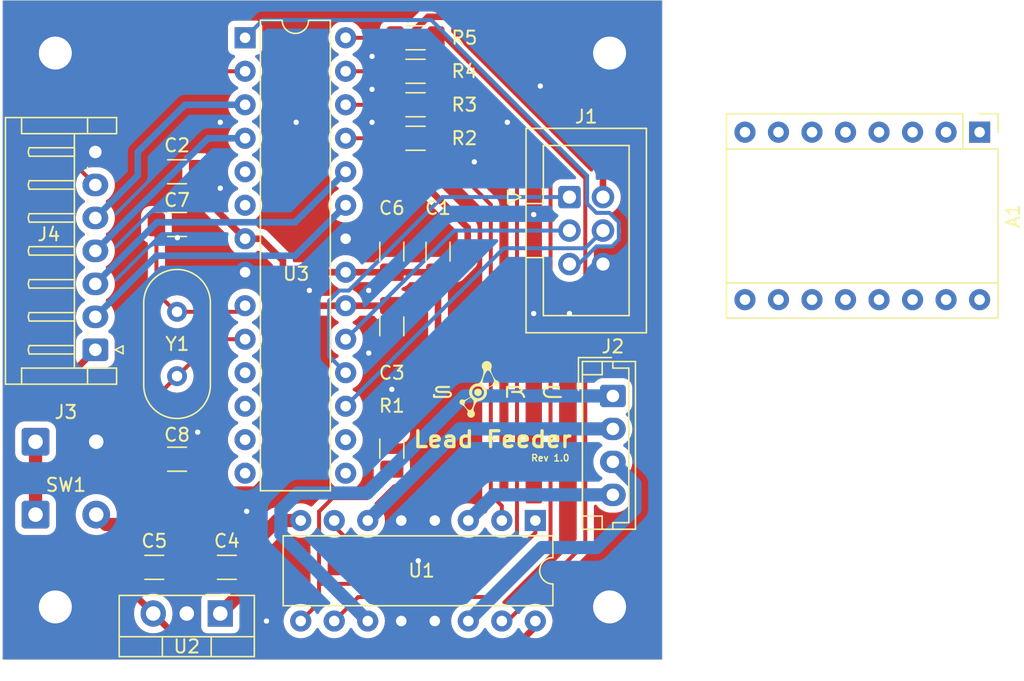
<source format=kicad_pcb>
(kicad_pcb (version 20240108) (generator "pcbnew") (generator_version "8.0")
  (title_block (title "Lead feeder - Main board") (date "2025-01-17") (rev "1") (company "Sorc LLC") (comment 2 "Божков Александр"))
  (layers (0 "F.Cu" signal) (31 "B.Cu" signal) (36 "B.SilkS" user "B.Silkscreen") (37 "F.SilkS" user "F.Silkscreen") (39 "F.Mask" user) (44 "Edge.Cuts" user))
  (net 0 "")
  (net 1 "+5V")
  (net 2 "GND")
  (net 3 "+12V")
  (net 4 "/XTAL1")
  (net 5 "/XTAL2")
  (net 6 "/RST")
  (net 7 "/MOSI")
  (net 8 "/MISO")
  (net 9 "/SCK")
  (net 10 "Net-(J2-Pin_4)")
  (net 11 "Net-(J2-Pin_2)")
  (net 12 "Net-(J2-Pin_1)")
  (net 13 "Net-(J2-Pin_3)")
  (net 14 "/~{FEED}")
  (net 15 "/~{REVERSE}")
  (net 16 "/TIME")
  (net 17 "/MODE")
  (net 18 "/SPEED")
  (net 19 "Net-(U1-EN1,2)")
  (net 20 "Net-(U1-1A)")
  (net 21 "/A")
  (net 22 "Net-(U1-2A)")
  (net 23 "/B")
  (net 24 "/C")
  (net 25 "Net-(U1-3A)")
  (net 26 "Net-(U1-4A)")
  (net 27 "/D")
  (net 36 "Net-(J3-Pin_1)")
  (net 37 "Net-(A1-1A)")
  (net 38 "Net-(A1-1B)")
  (net 39 "/STEP")
  (net 40 "Net-(A1-2A)")
  (net 41 "Net-(A1-~{RESET})")
  (net 42 "/DIR")
  (net 43 "Net-(A1-2B)")
  (footprint "Resistor_SMD:R_1206_3216Metric_Pad1.30x1.75mm_HandSolder" (layer "F.Cu") (at 162.8 81.92)
    (property "Reference" "R3" (at 3.7 0 0) (layer "F.SilkS"))
    (property "Value" "1k")
    (pad "1" smd roundrect (at -1.55 0) (size 1.3 1.75) (layers "F.Cu" "F.Paste" "F.Mask") (roundrect_rratio 0.192308) (net 23 "/B"))
    (pad "2" smd roundrect (at 1.55 0) (size 1.3 1.75) (layers "F.Cu" "F.Paste" "F.Mask") (roundrect_rratio 0.192308) (net 22 "Net-(U1-2A)"))
  )
  (footprint "Resistor_SMD:R_1206_3216Metric_Pad1.30x1.75mm_HandSolder" (layer "F.Cu") (at 162.8 79.38)
    (property "Reference" "R4" (at 3.7 0 0) (layer "F.SilkS"))
    (property "Value" "1k")
    (pad "1" smd roundrect (at -1.55 0) (size 1.3 1.75) (layers "F.Cu" "F.Paste" "F.Mask") (roundrect_rratio 0.192308) (net 24 "/C"))
    (pad "2" smd roundrect (at 1.55 0) (size 1.3 1.75) (layers "F.Cu" "F.Paste" "F.Mask") (roundrect_rratio 0.192308) (net 25 "Net-(U1-3A)"))
  )
  (footprint "Capacitor_SMD:C_1206_3216Metric_Pad1.33x1.80mm_HandSolder" (layer "F.Cu") (at 164.5 93.0575 90)
    (property "Reference" "C1" (at 3.3075 0 180) (layer "F.SilkS"))
    (property "Value" "4.7uF")
    (pad "1" smd roundrect (at -1.5625 0 90) (size 1.325 1.8) (layers "F.Cu" "F.Paste" "F.Mask") (roundrect_rratio 0.188679) (net 1 "+5V"))
    (pad "2" smd roundrect (at 1.5625 0 90) (size 1.325 1.8) (layers "F.Cu" "F.Paste" "F.Mask") (roundrect_rratio 0.188679) (net 2 "GND"))
  )
  (footprint "Package_TO_SOT_THT:TO-220-3_Vertical" (layer "F.Cu") (at 148 120.5 180)
    (property "Reference" "U2" (at 2.54 -2.5 0) (layer "F.SilkS"))
    (property "Value" "L7805")
    (pad "1" thru_hole rect (at 0 0 180) (size 1.905 2) (drill 1.1) (layers "*.Cu" "*.Mask") (net 3 "+12V"))
    (pad "2" thru_hole oval (at 2.54 0 180) (size 1.905 2) (drill 1.1) (layers "*.Cu" "*.Mask") (net 2 "GND"))
    (pad "3" thru_hole oval (at 5.08 0 180) (size 1.905 2) (drill 1.1) (layers "*.Cu" "*.Mask") (net 1 "+5V"))
  )
  (footprint "Connector_Wire:SolderWire-0.5sqmm_1x02_P4.6mm_D0.9mm_OD2.1mm" (layer "F.Cu") (at 134 113)
    (property "Reference" "SW1" (at 2.3 -2.25 0) (layer "F.SilkS"))
    (property "Value" "Power switch")
    (pad "1" thru_hole roundrect (at 0 0) (size 2.1 2.1) (drill 1.1) (layers "*.Cu" "*.Mask") (roundrect_rratio 0.119048) (net 36 "Net-(J3-Pin_1)"))
    (pad "2" thru_hole circle (at 4.6 0) (size 2.1 2.1) (drill 1.1) (layers "*.Cu" "*.Mask") (net 3 "+12V"))
  )
  (footprint "Capacitor_SMD:C_1206_3216Metric_Pad1.33x1.80mm_HandSolder" (layer "F.Cu") (at 148.5 117 180)
    (property "Reference" "C4" (at 0 2 0) (layer "F.SilkS"))
    (property "Value" "0.33 uF")
    (pad "1" smd roundrect (at -1.5625 0 180) (size 1.325 1.8) (layers "F.Cu" "F.Paste" "F.Mask") (roundrect_rratio 0.188679) (net 3 "+12V"))
    (pad "2" smd roundrect (at 1.5625 0 180) (size 1.325 1.8) (layers "F.Cu" "F.Paste" "F.Mask") (roundrect_rratio 0.188679) (net 2 "GND"))
  )
  (footprint "Resistor_SMD:R_1206_3216Metric_Pad1.30x1.75mm_HandSolder" (layer "F.Cu") (at 162.8 76.84)
    (property "Reference" "R5" (at 3.7 0 0) (layer "F.SilkS"))
    (property "Value" "1k")
    (pad "1" smd roundrect (at -1.55 0) (size 1.3 1.75) (layers "F.Cu" "F.Paste" "F.Mask") (roundrect_rratio 0.192308) (net 27 "/D"))
    (pad "2" smd roundrect (at 1.55 0) (size 1.3 1.75) (layers "F.Cu" "F.Paste" "F.Mask") (roundrect_rratio 0.192308) (net 26 "Net-(U1-4A)"))
  )
  (footprint "Package_DIP:DIP-16_W7.62mm" (layer "F.Cu") (at 171.875 113.45 -90)
    (property "Reference" "U1" (at 3.8 8.625 180) (layer "F.SilkS"))
    (property "Value" "L293D")
    (pad "1" thru_hole rect (at 0 0 270) (size 1.6 1.6) (drill 0.8) (layers "*.Cu" "*.Mask") (net 19 "Net-(U1-EN1,2)"))
    (pad "2" thru_hole oval (at 0 2.54 270) (size 1.6 1.6) (drill 0.8) (layers "*.Cu" "*.Mask") (net 20 "Net-(U1-1A)"))
    (pad "3" thru_hole oval (at 0 5.08 270) (size 1.6 1.6) (drill 0.8) (layers "*.Cu" "*.Mask") (net 10 "Net-(J2-Pin_4)"))
    (pad "4" thru_hole oval (at 0 7.62 270) (size 1.6 1.6) (drill 0.8) (layers "*.Cu" "*.Mask") (net 2 "GND"))
    (pad "5" thru_hole oval (at 0 10.16 270) (size 1.6 1.6) (drill 0.8) (layers "*.Cu" "*.Mask") (net 2 "GND"))
    (pad "6" thru_hole oval (at 0 12.7 270) (size 1.6 1.6) (drill 0.8) (layers "*.Cu" "*.Mask") (net 11 "Net-(J2-Pin_2)"))
    (pad "7" thru_hole oval (at 0 15.24 270) (size 1.6 1.6) (drill 0.8) (layers "*.Cu" "*.Mask") (net 22 "Net-(U1-2A)"))
    (pad "8" thru_hole oval (at 0 17.78 270) (size 1.6 1.6) (drill 0.8) (layers "*.Cu" "*.Mask") (net 3 "+12V"))
    (pad "9" thru_hole oval (at 7.62 17.78 270) (size 1.6 1.6) (drill 0.8) (layers "*.Cu" "*.Mask") (net 19 "Net-(U1-EN1,2)"))
    (pad "10" thru_hole oval (at 7.62 15.24 270) (size 1.6 1.6) (drill 0.8) (layers "*.Cu" "*.Mask") (net 25 "Net-(U1-3A)"))
    (pad "11" thru_hole oval (at 7.62 12.7 270) (size 1.6 1.6) (drill 0.8) (layers "*.Cu" "*.Mask") (net 12 "Net-(J2-Pin_1)"))
    (pad "12" thru_hole oval (at 7.62 10.16 270) (size 1.6 1.6) (drill 0.8) (layers "*.Cu" "*.Mask") (net 2 "GND"))
    (pad "13" thru_hole oval (at 7.62 7.62 270) (size 1.6 1.6) (drill 0.8) (layers "*.Cu" "*.Mask") (net 2 "GND"))
    (pad "14" thru_hole oval (at 7.62 5.08 270) (size 1.6 1.6) (drill 0.8) (layers "*.Cu" "*.Mask") (net 13 "Net-(J2-Pin_3)"))
    (pad "15" thru_hole oval (at 7.62 2.54 270) (size 1.6 1.6) (drill 0.8) (layers "*.Cu" "*.Mask") (net 26 "Net-(U1-4A)"))
    (pad "16" thru_hole oval (at 7.62 0 270) (size 1.6 1.6) (drill 0.8) (layers "*.Cu" "*.Mask") (net 1 "+5V"))
  )
  (footprint "Capacitor_SMD:C_1206_3216Metric_Pad1.33x1.80mm_HandSolder" (layer "F.Cu") (at 161 98.7225 -90)
    (property "Reference" "C3" (at 3.5275 0 180) (layer "F.SilkS"))
    (property "Value" "0.1")
    (pad "1" smd roundrect (at -1.5625 0 270) (size 1.325 1.8) (layers "F.Cu" "F.Paste" "F.Mask") (roundrect_rratio 0.188679) (net 1 "+5V"))
    (pad "2" smd roundrect (at 1.5625 0 270) (size 1.325 1.8) (layers "F.Cu" "F.Paste" "F.Mask") (roundrect_rratio 0.188679) (net 2 "GND"))
  )
  (footprint "Capacitor_SMD:C_1206_3216Metric_Pad1.33x1.80mm_HandSolder" (layer "F.Cu") (at 161 93.0575 90)
    (property "Reference" "C6" (at 3.3075 0 180) (layer "F.SilkS"))
    (property "Value" "0.1")
    (pad "1" smd roundrect (at -1.5625 0 90) (size 1.325 1.8) (layers "F.Cu" "F.Paste" "F.Mask") (roundrect_rratio 0.188679) (net 1 "+5V"))
    (pad "2" smd roundrect (at 1.5625 0 90) (size 1.325 1.8) (layers "F.Cu" "F.Paste" "F.Mask") (roundrect_rratio 0.188679) (net 2 "GND"))
  )
  (footprint "Capacitor_SMD:C_1206_3216Metric_Pad1.33x1.80mm_HandSolder" (layer "F.Cu") (at 144.72375 87 180)
    (property "Reference" "C2" (at 0 2 0) (layer "F.SilkS"))
    (property "Value" "0.1")
    (pad "1" smd roundrect (at -1.5625 0 180) (size 1.325 1.8) (layers "F.Cu" "F.Paste" "F.Mask") (roundrect_rratio 0.188679) (net 1 "+5V"))
    (pad "2" smd roundrect (at 1.5625 0 180) (size 1.325 1.8) (layers "F.Cu" "F.Paste" "F.Mask") (roundrect_rratio 0.188679) (net 2 "GND"))
  )
  (footprint "Connector_JST:JST_EH_B4B-EH-A_1x04_P2.50mm_Vertical" (layer "F.Cu") (at 177.75 104 -90)
    (property "Reference" "J2" (at -3.75 0 180) (layer "F.SilkS"))
    (property "Value" "Nema17 Stepper engine")
    (pad "1" thru_hole roundrect (at 0 0 270) (size 1.7 1.95) (drill 0.95) (layers "*.Cu" "*.Mask") (roundrect_rratio 0.147059) (net 38 "Net-(A1-1B)"))
    (pad "2" thru_hole oval (at 2.5 0 270) (size 1.7 1.95) (drill 0.95) (layers "*.Cu" "*.Mask") (net 37 "Net-(A1-1A)"))
    (pad "3" thru_hole oval (at 5 0 270) (size 1.7 1.95) (drill 0.95) (layers "*.Cu" "*.Mask") (net 40 "Net-(A1-2A)"))
    (pad "4" thru_hole oval (at 7.5 0 270) (size 1.7 1.95) (drill 0.95) (layers "*.Cu" "*.Mask") (net 43 "Net-(A1-2B)"))
  )
  (footprint "Crystal:Crystal_HC49-U_Vertical" (layer "F.Cu") (at 144.72375 102.5 90)
    (property "Reference" "Y1" (at 2.44 0.02625 180) (layer "F.SilkS"))
    (property "Value" "8Mhz")
    (pad "1" thru_hole circle (at 0 0 90) (size 1.5 1.5) (drill 0.8) (layers "*.Cu" "*.Mask") (net 5 "/XTAL2"))
    (pad "2" thru_hole circle (at 4.88 0 90) (size 1.5 1.5) (drill 0.8) (layers "*.Cu" "*.Mask") (net 4 "/XTAL1"))
  )
  (footprint "Capacitor_SMD:C_1206_3216Metric_Pad1.33x1.80mm_HandSolder" (layer "F.Cu") (at 143 117)
    (property "Reference" "C5" (at 0 -2 0) (layer "F.SilkS"))
    (property "Value" "0.1 uF")
    (pad "1" smd roundrect (at -1.5625 0) (size 1.325 1.8) (layers "F.Cu" "F.Paste" "F.Mask") (roundrect_rratio 0.188679) (net 1 "+5V"))
    (pad "2" smd roundrect (at 1.5625 0) (size 1.325 1.8) (layers "F.Cu" "F.Paste" "F.Mask") (roundrect_rratio 0.188679) (net 2 "GND"))
  )
  (footprint "Connector_JST:JST_EH_S7B-EH_1x07_P2.50mm_Horizontal" (layer "F.Cu") (at 138.5325 100.5 90)
    (property "Reference" "J4" (at 8.75 -3.5325 180) (layer "F.SilkS"))
    (property "Value" "Conn_01x07_Socket")
    (pad "1" thru_hole roundrect (at 0 0 90) (size 1.7 1.95) (drill 0.95) (layers "*.Cu" "*.Mask") (roundrect_rratio 0.147059) (net 1 "+5V"))
    (pad "2" thru_hole oval (at 2.5 0 90) (size 1.7 1.95) (drill 0.95) (layers "*.Cu" "*.Mask") (net 18 "/SPEED"))
    (pad "3" thru_hole oval (at 5 0 90) (size 1.7 1.95) (drill 0.95) (layers "*.Cu" "*.Mask") (net 16 "/TIME"))
    (pad "4" thru_hole oval (at 7.5 0 90) (size 1.7 1.95) (drill 0.95) (layers "*.Cu" "*.Mask") (net 14 "/~{FEED}"))
    (pad "5" thru_hole oval (at 10 0 90) (size 1.7 1.95) (drill 0.95) (layers "*.Cu" "*.Mask") (net 15 "/~{REVERSE}"))
    (pad "6" thru_hole oval (at 12.5 0 90) (size 1.7 1.95) (drill 0.95) (layers "*.Cu" "*.Mask") (net 17 "/MODE"))
    (pad "7" thru_hole oval (at 15 0 90) (size 1.7 1.95) (drill 0.95) (layers "*.Cu" "*.Mask") (net 2 "GND"))
  )
  (footprint "Connector_IDC:IDC-Header_2x03_P2.54mm_Vertical" (layer "F.Cu") (at 174.46 88.92)
    (property "Reference" "J1" (at 1.27 -6.1 0) (layer "F.SilkS"))
    (property "Value" "AVR-ISP-6")
    (pad "1" thru_hole roundrect (at 0 0) (size 1.7 1.7) (drill 1) (layers "*.Cu" "*.Mask") (roundrect_rratio 0.147059) (net 8 "/MISO"))
    (pad "2" thru_hole circle (at 2.54 0) (size 1.7 1.7) (drill 1) (layers "*.Cu" "*.Mask") (net 1 "+5V"))
    (pad "3" thru_hole circle (at 0 2.54) (size 1.7 1.7) (drill 1) (layers "*.Cu" "*.Mask") (net 9 "/SCK"))
    (pad "4" thru_hole circle (at 2.54 2.54) (size 1.7 1.7) (drill 1) (layers "*.Cu" "*.Mask") (net 7 "/MOSI"))
    (pad "5" thru_hole circle (at 0 5.08) (size 1.7 1.7) (drill 1) (layers "*.Cu" "*.Mask") (net 6 "/RST"))
    (pad "6" thru_hole circle (at 2.54 5.08) (size 1.7 1.7) (drill 1) (layers "*.Cu" "*.Mask") (net 2 "GND"))
  )
  (footprint "Module:Pololu_Breakout-16_15.2x20.3mm" (layer "F.Cu") (at 205.54 84 -90)
    (property "Reference" "A1" (at 6.35 -2.54 90) (layer "F.SilkS"))
    (property "Value" "Pololu_Breakout_A4988")
    (pad "1" thru_hole rect (at 0 0 270) (size 1.6 1.6) (drill 0.8) (layers "*.Cu" "*.Mask") (net 2 "GND"))
    (pad "2" thru_hole oval (at 0 2.54 270) (size 1.6 1.6) (drill 0.8) (layers "*.Cu" "*.Mask") (net 1 "+5V"))
    (pad "3" thru_hole oval (at 0 5.08 270) (size 1.6 1.6) (drill 0.8) (layers "*.Cu" "*.Mask") (net 38 "Net-(A1-1B)"))
    (pad "4" thru_hole oval (at 0 7.62 270) (size 1.6 1.6) (drill 0.8) (layers "*.Cu" "*.Mask") (net 37 "Net-(A1-1A)"))
    (pad "5" thru_hole oval (at 0 10.16 270) (size 1.6 1.6) (drill 0.8) (layers "*.Cu" "*.Mask") (net 40 "Net-(A1-2A)"))
    (pad "6" thru_hole oval (at 0 12.7 270) (size 1.6 1.6) (drill 0.8) (layers "*.Cu" "*.Mask") (net 43 "Net-(A1-2B)"))
    (pad "7" thru_hole oval (at 0 15.24 270) (size 1.6 1.6) (drill 0.8) (layers "*.Cu" "*.Mask") (net 2 "GND"))
    (pad "8" thru_hole oval (at 0 17.78 270) (size 1.6 1.6) (drill 0.8) (layers "*.Cu" "*.Mask") (net 3 "+12V"))
    (pad "9" thru_hole oval (at 12.7 17.78 270) (size 1.6 1.6) (drill 0.8) (layers "*.Cu" "*.Mask") (net 2 "GND"))
    (pad "10" thru_hole oval (at 12.7 15.24 270) (size 1.6 1.6) (drill 0.8) (layers "*.Cu" "*.Mask") (net 2 "GND"))
    (pad "11" thru_hole oval (at 12.7 12.7 270) (size 1.6 1.6) (drill 0.8) (layers "*.Cu" "*.Mask") (net 2 "GND"))
    (pad "12" thru_hole oval (at 12.7 10.16 270) (size 1.6 1.6) (drill 0.8) (layers "*.Cu" "*.Mask") (net 2 "GND"))
    (pad "13" thru_hole oval (at 12.7 7.62 270) (size 1.6 1.6) (drill 0.8) (layers "*.Cu" "*.Mask") (net 41 "Net-(A1-~{RESET})"))
    (pad "14" thru_hole oval (at 12.7 5.08 270) (size 1.6 1.6) (drill 0.8) (layers "*.Cu" "*.Mask") (net 41 "Net-(A1-~{RESET})"))
    (pad "15" thru_hole oval (at 12.7 2.54 270) (size 1.6 1.6) (drill 0.8) (layers "*.Cu" "*.Mask") (net 39 "/STEP"))
    (pad "16" thru_hole oval (at 12.7 0 270) (size 1.6 1.6) (drill 0.8) (layers "*.Cu" "*.Mask") (net 42 "/DIR"))
  )
  (footprint "Resistor_SMD:R_1206_3216Metric_Pad1.30x1.75mm_HandSolder" (layer "F.Cu") (at 161 108 -90)
    (property "Reference" "R1" (at -3.25 0 180) (layer "F.SilkS"))
    (property "Value" "10k")
    (pad "1" smd roundrect (at -1.55 0 270) (size 1.3 1.75) (layers "F.Cu" "F.Paste" "F.Mask") (roundrect_rratio 0.192308) (net 1 "+5V"))
    (pad "2" smd roundrect (at 1.55 0 270) (size 1.3 1.75) (layers "F.Cu" "F.Paste" "F.Mask") (roundrect_rratio 0.192308) (net 19 "Net-(U1-EN1,2)"))
  )
  (footprint "Local:sorc-logo" (layer "F.Cu") (at 169 103.5)
    (property "Reference" "G***" (hide yes))
    (property "Value" "LOGO" (hide yes))
  )
  (footprint "Capacitor_SMD:C_1206_3216Metric_Pad1.33x1.80mm_HandSolder" (layer "F.Cu") (at 144.72375 108.8)
    (property "Reference" "C8" (at 0 -1.85 0) (layer "F.SilkS"))
    (property "Value" "15")
    (pad "1" smd roundrect (at -1.5625 0) (size 1.325 1.8) (layers "F.Cu" "F.Paste" "F.Mask") (roundrect_rratio 0.188679) (net 5 "/XTAL2"))
    (pad "2" smd roundrect (at 1.5625 0) (size 1.325 1.8) (layers "F.Cu" "F.Paste" "F.Mask") (roundrect_rratio 0.188679) (net 2 "GND"))
  )
  (footprint "Package_DIP:DIP-28_W7.62mm" (layer "F.Cu") (at 149.88 76.84)
    (property "Reference" "U3" (at 3.87 17.91 0) (layer "F.SilkS"))
    (property "Value" "ATmega8-16P")
    (pad "1" thru_hole rect (at 0 0) (size 1.6 1.6) (drill 0.8) (layers "*.Cu" "*.Mask") (net 6 "/RST"))
    (pad "2" thru_hole oval (at 0 2.54) (size 1.6 1.6) (drill 0.8) (layers "*.Cu" "*.Mask") (net 17 "/MODE"))
    (pad "3" thru_hole oval (at 0 5.08) (size 1.6 1.6) (drill 0.8) (layers "*.Cu" "*.Mask") (net 15 "/~{REVERSE}"))
    (pad "4" thru_hole oval (at 0 7.62) (size 1.6 1.6) (drill 0.8) (layers "*.Cu" "*.Mask") (net 14 "/~{FEED}"))
    (pad "5" thru_hole oval (at 0 10.16) (size 1.6 1.6) (drill 0.8) (layers "*.Cu" "*.Mask"))
    (pad "6" thru_hole oval (at 0 12.7) (size 1.6 1.6) (drill 0.8) (layers "*.Cu" "*.Mask"))
    (pad "7" thru_hole oval (at 0 15.24) (size 1.6 1.6) (drill 0.8) (layers "*.Cu" "*.Mask") (net 1 "+5V"))
    (pad "8" thru_hole oval (at 0 17.78) (size 1.6 1.6) (drill 0.8) (layers "*.Cu" "*.Mask") (net 2 "GND"))
    (pad "9" thru_hole oval (at 0 20.32) (size 1.6 1.6) (drill 0.8) (layers "*.Cu" "*.Mask") (net 4 "/XTAL1"))
    (pad "10" thru_hole oval (at 0 22.86) (size 1.6 1.6) (drill 0.8) (layers "*.Cu" "*.Mask") (net 5 "/XTAL2"))
    (pad "11" thru_hole oval (at 0 25.4) (size 1.6 1.6) (drill 0.8) (layers "*.Cu" "*.Mask"))
    (pad "12" thru_hole oval (at 0 27.94) (size 1.6 1.6) (drill 0.8) (layers "*.Cu" "*.Mask"))
    (pad "13" thru_hole oval (at 0 30.48) (size 1.6 1.6) (drill 0.8) (layers "*.Cu" "*.Mask"))
    (pad "14" thru_hole oval (at 0 33.02) (size 1.6 1.6) (drill 0.8) (layers "*.Cu" "*.Mask"))
    (pad "15" thru_hole oval (at 7.62 33.02) (size 1.6 1.6) (drill 0.8) (layers "*.Cu" "*.Mask"))
    (pad "16" thru_hole oval (at 7.62 30.48) (size 1.6 1.6) (drill 0.8) (layers "*.Cu" "*.Mask"))
    (pad "17" thru_hole oval (at 7.62 27.94) (size 1.6 1.6) (drill 0.8) (layers "*.Cu" "*.Mask") (net 7 "/MOSI"))
    (pad "18" thru_hole oval (at 7.62 25.4) (size 1.6 1.6) (drill 0.8) (layers "*.Cu" "*.Mask") (net 8 "/MISO"))
    (pad "19" thru_hole oval (at 7.62 22.86) (size 1.6 1.6) (drill 0.8) (layers "*.Cu" "*.Mask") (net 9 "/SCK"))
    (pad "20" thru_hole oval (at 7.62 20.32) (size 1.6 1.6) (drill 0.8) (layers "*.Cu" "*.Mask") (net 1 "+5V"))
    (pad "21" thru_hole oval (at 7.62 17.78) (size 1.6 1.6) (drill 0.8) (layers "*.Cu" "*.Mask") (net 1 "+5V"))
    (pad "22" thru_hole oval (at 7.62 15.24) (size 1.6 1.6) (drill 0.8) (layers "*.Cu" "*.Mask") (net 2 "GND"))
    (pad "23" thru_hole oval (at 7.62 12.7) (size 1.6 1.6) (drill 0.8) (layers "*.Cu" "*.Mask") (net 18 "/SPEED"))
    (pad "24" thru_hole oval (at 7.62 10.16) (size 1.6 1.6) (drill 0.8) (layers "*.Cu" "*.Mask") (net 16 "/TIME"))
    (pad "25" thru_hole oval (at 7.62 7.62) (size 1.6 1.6) (drill 0.8) (layers "*.Cu" "*.Mask") (net 39 "/STEP"))
    (pad "26" thru_hole oval (at 7.62 5.08) (size 1.6 1.6) (drill 0.8) (layers "*.Cu" "*.Mask") (net 42 "/DIR"))
    (pad "27" thru_hole oval (at 7.62 2.54) (size 1.6 1.6) (drill 0.8) (layers "*.Cu" "*.Mask"))
    (pad "28" thru_hole oval (at 7.62 0) (size 1.6 1.6) (drill 0.8) (layers "*.Cu" "*.Mask"))
  )
  (footprint "Resistor_SMD:R_1206_3216Metric_Pad1.30x1.75mm_HandSolder" (layer "F.Cu") (at 162.8 84.46)
    (property "Reference" "R2" (at 3.7 0 0) (layer "F.SilkS"))
    (property "Value" "1k")
    (pad "1" smd roundrect (at -1.55 0) (size 1.3 1.75) (layers "F.Cu" "F.Paste" "F.Mask") (roundrect_rratio 0.192308) (net 21 "/A"))
    (pad "2" smd roundrect (at 1.55 0) (size 1.3 1.75) (layers "F.Cu" "F.Paste" "F.Mask") (roundrect_rratio 0.192308) (net 20 "Net-(U1-1A)"))
  )
  (footprint "Capacitor_SMD:C_1206_3216Metric_Pad1.33x1.80mm_HandSolder" (layer "F.Cu") (at 144.72375 91)
    (property "Reference" "C7" (at 0 -1.85 0) (layer "F.SilkS"))
    (property "Value" "15")
    (pad "1" smd roundrect (at -1.5625 0) (size 1.325 1.8) (layers "F.Cu" "F.Paste" "F.Mask") (roundrect_rratio 0.188679) (net 4 "/XTAL1"))
    (pad "2" smd roundrect (at 1.5625 0) (size 1.325 1.8) (layers "F.Cu" "F.Paste" "F.Mask") (roundrect_rratio 0.188679) (net 2 "GND"))
  )
  (footprint "Connector_Wire:SolderWire-0.5sqmm_1x02_P4.6mm_D0.9mm_OD2.1mm" (layer "F.Cu") (at 134 107.475)
    (property "Reference" "J3" (at 2.3 -2.25 0) (layer "F.SilkS"))
    (property "Value" "Power source")
    (pad "1" thru_hole roundrect (at 0 0) (size 2.1 2.1) (drill 1.1) (layers "*.Cu" "*.Mask") (roundrect_rratio 0.119048) (net 36 "Net-(J3-Pin_1)"))
    (pad "2" thru_hole circle (at 4.6 0) (size 2.1 2.1) (drill 1.1) (layers "*.Cu" "*.Mask") (net 2 "GND"))
  )
  (gr_rect (start 131.5 74) (end 181.5 124) (stroke (width 0.05)) (fill none) (layer "Edge.Cuts"))
  (gr_text "Lead Feeder\n" (at 162.5 108 0) (layer "F.SilkS") (effects (font (size 1.2 1.3) (thickness 0.25) (bold yes)) (justify left bottom)))
  (gr_text "Rev 1.0" (at 171.5 109 0) (layer "F.SilkS") (effects (font (size 0.5 0.5) (thickness 0.1)) (justify left bottom)))
  (segment (start 152.75 93.75) (end 151.08 92.08) (width 0.5) (layer "F.Cu") (net 1))
  (segment (start 152.75 94.75) (end 152.75 93.75) (width 0.5) (layer "F.Cu") (net 1))
  (segment (start 177 82.25) (end 170 75.25) (width 0.5) (layer "F.Cu") (net 1))
  (segment (start 136.25 110.75) (end 136.25 114.5) (width 0.5) (layer "F.Cu") (net 1))
  (segment (start 161 97.16) (end 157.5 97.16) (width 0.5) (layer "F.Cu") (net 1))
  (segment (start 141.4375 119.0175) (end 142.92 120.5) (width 0.5) (layer "F.Cu") (net 1))
  (segment (start 146.28625 87) (end 146.28625 88.48625) (width 0.5) (layer "F.Cu") (net 1))
  (segment (start 165.88 94.62) (end 164.5 94.62) (width 0.5) (layer "F.Cu") (net 1))
  (segment (start 162.75 87.25) (end 166.75 91.25) (width 0.5) (layer "F.Cu") (net 1))
  (segment (start 162.75 76.25) (end 162.75 87.25) (width 0.5) (layer "F.Cu") (net 1))
  (segment (start 157.5 94.62) (end 152.88 94.62) (width 0.5) (layer "F.Cu") (net 1))
  (segment (start 138.75 117) (end 141.4375 117) (width 0.5) (layer "F.Cu") (net 1))
  (segment (start 170 75.25) (end 163.75 75.25) (width 0.5) (layer "F.Cu") (net 1))
  (segment (start 166.75 91.25) (end 166.75 93.75) (width 0.5) (layer "F.Cu") (net 1))
  (segment (start 177 88.92) (end 177 82.25) (width 0.5) (layer "F.Cu") (net 1))
  (segment (start 136.25 114.5) (end 138.75 117) (width 0.5) (layer "F.Cu") (net 1))
  (segment (start 150.64 111.11) (end 152.75 109) (width 0.5) (layer "F.Cu") (net 1))
  (segment (start 136.25 102.7825) (end 136.25 110.75) (width 0.5) (layer "F.Cu") (net 1))
  (segment (start 164.5 94.62) (end 157.5 94.62) (width 0.5) (layer "F.Cu") (net 1))
  (segment (start 152.75 97.25) (end 152.75 94.75) (width 0.5) (layer "F.Cu") (net 1))
  (segment (start 161 106.45) (end 164.5 102.95) (width 0.5) (layer "F.Cu") (net 1))
  (segment (start 151.08 92.08) (end 149.88 92.08) (width 0.5) (layer "F.Cu") (net 1))
  (segment (start 136.61 111.11) (end 150.64 111.11) (width 0.5) (layer "F.Cu") (net 1))
  (segment (start 141.4375 117) (end 141.4375 119.0175) (width 0.5) (layer "F.Cu") (net 1))
  (segment (start 152.75 109) (end 152.75 97.25) (width 0.5) (layer "F.Cu") (net 1))
  (segment (start 157.5 97.16) (end 152.84 97.16) (width 0.5) (layer "F.Cu") (net 1))
  (segment (start 152.84 97.16) (end 152.75 97.25) (width 0.5) (layer "F.Cu") (net 1))
  (segment (start 163.75 75.25) (end 162.75 76.25) (width 0.5) (layer "F.Cu") (net 1))
  (segment (start 170.625 122.75) (end 171.875 121.5) (width 0.5) (layer "F.Cu") (net 1))
  (segment (start 145.17 122.75) (end 170.625 122.75) (width 0.5) (layer "F.Cu") (net 1))
  (segment (start 142.92 120.5) (end 145.17 122.75) (width 0.5) (layer "F.Cu") (net 1))
  (segment (start 136.25 110.75) (end 136.61 111.11) (width 0.5) (layer "F.Cu") (net 1))
  (segment (start 138.5325 100.5) (end 136.25 102.7825) (width 0.5) (layer "F.Cu") (net 1))
  (segment (start 152.88 94.62) (end 152.75 94.75) (width 0.5) (layer "F.Cu") (net 1))
  (segment (start 146.28625 88.48625) (end 149.88 92.08) (width 0.5) (layer "F.Cu") (net 1))
  (segment (start 164.5 102.95) (end 164.5 94.62) (width 0.5) (layer "F.Cu") (net 1))
  (segment (start 166.75 93.75) (end 165.88 94.62) (width 0.5) (layer "F.Cu") (net 1))
  (via micro (at 159.5 80.75) (size 0.9) (drill 0.4) (layers "F.Cu" "B.Cu") (net 2))
  (via micro (at 172.25 80.5) (size 0.9) (drill 0.4) (layers "F.Cu" "B.Cu") (net 2))
  (via micro (at 150 112.75) (size 0.9) (drill 0.4) (layers "F.Cu" "B.Cu") (net 2))
  (via micro (at 144.75 92) (size 0.9) (drill 0.4) (layers "F.Cu" "B.Cu") (net 2))
  (via micro (at 148 88.25) (size 0.9) (drill 0.4) (layers "F.Cu" "B.Cu") (net 2))
  (via micro (at 171.75 90.25) (size 0.9) (drill 0.4) (layers "F.Cu" "B.Cu") (net 2))
  (via micro (at 159.5 78.25) (size 0.9) (drill 0.4) (layers "F.Cu" "B.Cu") (net 2))
  (via micro (at 167.25 86.25) (size 0.9) (drill 0.4) (layers "F.Cu" "B.Cu") (net 2))
  (via micro (at 146.28625 106.75) (size 0.9) (drill 0.4) (layers "F.Cu" "B.Cu") (net 2))
  (via micro (at 151.5 121.07) (size 0.9) (drill 0.4) (layers "F.Cu" "B.Cu") (net 2))
  (via micro (at 174.46 97.75) (size 0.9) (drill 0.4) (layers "F.Cu" "B.Cu") (net 2))
  (via (at 177.5 78) (size 4) (drill 2.5) (layers "F.Cu" "B.Cu") (net 2))
  (via (at 135.5 78) (size 4) (drill 2.5) (layers "F.Cu" "B.Cu") (net 2))
  (via (at 177.5 120) (size 4) (drill 2.5) (layers "F.Cu" "B.Cu") (net 2))
  (via micro (at 163 116.5) (size 0.9) (drill 0.4) (layers "F.Cu" "B.Cu") (net 2))
  (via micro (at 159.5 83.25) (size 0.9) (drill 0.4) (layers "F.Cu" "B.Cu") (net 2))
  (via micro (at 171.75 97.75) (size 0.9) (drill 0.4) (layers "F.Cu" "B.Cu") (net 2))
  (via micro (at 169.75 83.25) (size 0.9) (drill 0.4) (layers "F.Cu" "B.Cu") (net 2))
  (via micro (at 153.75 83.25) (size 0.9) (drill 0.4) (layers "F.Cu" "B.Cu") (net 2))
  (via (at 135.5 120) (size 4) (drill 2.5) (layers "F.Cu" "B.Cu") (net 2))
  (via micro (at 154.75 96) (size 0.9) (drill 0.4) (layers "F.Cu" "B.Cu") (net 2))
  (via micro (at 159.25 100.75) (size 0.9) (drill 0.4) (layers "F.Cu" "B.Cu") (net 2))
  (via micro (at 159.25 96) (size 0.9) (drill 0.4) (layers "F.Cu" "B.Cu") (net 2))
  (via micro (at 161 103.5) (size 0.9) (drill 0.4) (layers "F.Cu" "B.Cu") (net 2))
  (via micro (at 148 83.25) (size 0.9) (drill 0.4) (layers "F.Cu" "B.Cu") (net 2))
  (segment (start 150.0625 116.84375) (end 150.0625 117) (width 1) (layer "F.Cu") (net 3))
  (segment (start 150.0625 118.4375) (end 150.0625 117) (width 1) (layer "F.Cu") (net 3))
  (segment (start 150.0625 115.5625) (end 148.25 113.75) (width 1) (layer "F.Cu") (net 3))
  (segment (start 148 120.5) (end 150.0625 118.4375) (width 1) (layer "F.Cu") (net 3))
  (segment (start 139.35 113.75) (end 138.6 113) (width 1) (layer "F.Cu") (net 3))
  (segment (start 150.0625 117) (end 150.0625 115.5625) (width 1) (layer "F.Cu") (net 3))
  (segment (start 150.0625 117) (end 150.0625 115.6875) (width 1) (layer "F.Cu") (net 3))
  (segment (start 150.0625 115.6875) (end 152.3 113.45) (width 1) (layer "F.Cu") (net 3))
  (segment (start 152.3 113.45) (end 154.095 113.45) (width 1) (layer "F.Cu") (net 3))
  (segment (start 148.25 113.75) (end 139.35 113.75) (width 1) (layer "F.Cu") (net 3))
  (segment (start 143.16125 96.16125) (end 143.16125 91) (width 0.3) (layer "F.Cu") (net 4))
  (segment (start 144.62 97.62) (end 143.16125 96.16125) (width 0.3) (layer "F.Cu") (net 4))
  (segment (start 149.42 97.62) (end 149.88 97.16) (width 0.3) (layer "F.Cu") (net 4))
  (segment (start 144.72375 97.62) (end 144.62 97.62) (width 0.3) (layer "F.Cu") (net 4))
  (segment (start 144.72375 97.62) (end 149.42 97.62) (width 0.3) (layer "F.Cu") (net 4))
  (segment (start 143.16125 108.8) (end 143.16125 104.0625) (width 0.3) (layer "F.Cu") (net 5))
  (segment (start 147.55 99.7) (end 149.88 99.7) (width 0.3) (layer "F.Cu") (net 5))
  (segment (start 143.16125 104.0625) (end 144.72375 102.5) (width 0.3) (layer "F.Cu") (net 5))
  (segment (start 144.75 102.5) (end 147.55 99.7) (width 0.3) (layer "F.Cu") (net 5))
  (segment (start 144.72375 102.5) (end 144.75 102.5) (width 0.3) (layer "F.Cu") (net 5))
  (segment (start 178.2 90.822943) (end 177.497057 90.12) (width 0.3) (layer "B.Cu") (net 6))
  (segment (start 164 75.5) (end 151.22 75.5) (width 0.3) (layer "B.Cu") (net 6))
  (segment (start 175.8 89.417057) (end 175.8 87.3) (width 0.3) (layer "B.Cu") (net 6))
  (segment (start 176.502943 90.12) (end 175.8 89.417057) (width 0.3) (layer "B.Cu") (net 6))
  (segment (start 176.507106 92.66) (end 177.69 92.66) (width 0.3) (layer "B.Cu") (net 6))
  (segment (start 178.2 92.15) (end 178.2 90.822943) (width 0.3) (layer "B.Cu") (net 6))
  (segment (start 175.8 87.3) (end 164 75.5) (width 0.3) (layer "B.Cu") (net 6))
  (segment (start 151.22 75.5) (end 149.88 76.84) (width 0.3) (layer "B.Cu") (net 6))
  (segment (start 174.46 94) (end 175.167106 94) (width 0.3) (layer "B.Cu") (net 6))
  (segment (start 175.167106 94) (end 176.507106 92.66) (width 0.3) (layer "B.Cu") (net 6))
  (segment (start 177.69 92.66) (end 178.2 92.15) (width 0.3) (layer "B.Cu") (net 6))
  (segment (start 177.497057 90.12) (end 176.502943 90.12) (width 0.3) (layer "B.Cu") (net 6))
  (segment (start 177 91.46) (end 175.66 92.8) (width 0.3) (layer "B.Cu") (net 7))
  (segment (start 169.48 92.8) (end 157.5 104.78) (width 0.3) (layer "B.Cu") (net 7))
  (segment (start 175.66 92.8) (end 169.48 92.8) (width 0.3) (layer "B.Cu") (net 7))
  (segment (start 157.023654 96.01) (end 156.25 96.783654) (width 0.3) (layer "B.Cu") (net 8))
  (segment (start 156.25 96.783654) (end 156.25 100.99) (width 0.3) (layer "B.Cu") (net 8))
  (segment (start 157.74 96.01) (end 157.023654 96.01) (width 0.3) (layer "B.Cu") (net 8))
  (segment (start 164.83 88.92) (end 157.74 96.01) (width 0.3) (layer "B.Cu") (net 8))
  (segment (start 156.25 100.99) (end 157.5 102.24) (width 0.3) (layer "B.Cu") (net 8))
  (segment (start 174.46 88.92) (end 164.83 88.92) (width 0.3) (layer "B.Cu") (net 8))
  (segment (start 165.74 91.46) (end 157.5 99.7) (width 0.3) (layer "B.Cu") (net 9))
  (segment (start 174.46 91.46) (end 165.74 91.46) (width 0.3) (layer "B.Cu") (net 9))
  (segment (start 166.795 113.45) (end 168.745 111.5) (width 1) (layer "B.Cu") (net 10))
  (segment (start 168.745 111.5) (end 177.75 111.5) (width 1) (layer "B.Cu") (net 10))
  (segment (start 166.125 106.5) (end 177.75 106.5) (width 1) (layer "B.Cu") (net 11))
  (segment (start 159.175 113.45) (end 166.125 106.5) (width 1) (layer "B.Cu") (net 11))
  (segment (start 166.5 104) (end 177.75 104) (width 1) (layer "B.Cu") (net 12))
  (segment (start 159.14 111.36) (end 166.5 104) (width 1) (layer "B.Cu") (net 12))
  (segment (start 152.595 114.49) (end 159.175 121.07) (width 1) (layer "B.Cu") (net 12))
  (segment (start 152.595 112.655) (end 153.89 111.36) (width 1) (layer "B.Cu") (net 12))
  (segment (start 152.595 112.655) (end 152.595 114.49) (width 1) (layer "B.Cu") (net 12))
  (segment (start 153.89 111.36) (end 159.14 111.36) (width 1) (layer "B.Cu") (net 12))
  (segment (start 172.365 115.5) (end 176.5 115.5) (width 1) (layer "B.Cu") (net 13))
  (segment (start 176.5 115.5) (end 179.425 112.575) (width 1) (layer "B.Cu") (net 13))
  (segment (start 179.425 110.675) (end 177.75 109) (width 1) (layer "B.Cu") (net 13))
  (segment (start 166.795 121.07) (end 172.365 115.5) (width 1) (layer "B.Cu") (net 13))
  (segment (start 179.425 112.575) (end 179.425 110.675) (width 1) (layer "B.Cu") (net 13))
  (segment (start 138.5325 93) (end 147.0725 84.46) (width 0.5) (layer "B.Cu") (net 14))
  (segment (start 147.0725 84.46) (end 149.88 84.46) (width 0.5) (layer "B.Cu") (net 14))
  (segment (start 138.5325 90.5) (end 141.75 87.2825) (width 0.5) (layer "B.Cu") (net 15))
  (segment (start 141.75 87.2825) (end 141.75 85.5) (width 0.5) (layer "B.Cu") (net 15))
  (segment (start 145.33 81.92) (end 149.88 81.92) (width 0.5) (layer "B.Cu") (net 15))
  (segment (start 141.75 85.5) (end 145.33 81.92) (width 0.5) (layer "B.Cu") (net 15))
  (segment (start 143.2025 90.83) (end 153.67 90.83) (width 0.5) (layer "B.Cu") (net 16))
  (segment (start 153.67 90.83) (end 157.5 87) (width 0.5) (layer "B.Cu") (net 16))
  (segment (start 138.5325 95.5) (end 143.2025 90.83) (width 0.5) (layer "B.Cu") (net 16))
  (segment (start 140.62 79.38) (end 149.88 79.38) (width 0.3) (layer "F.Cu") (net 17))
  (segment (start 136.25 85.7175) (end 136.25 83.75) (width 0.3) (layer "F.Cu") (net 17))
  (segment (start 136.25 83.75) (end 140.62 79.38) (width 0.3) (layer "F.Cu") (net 17))
  (segment (start 138.5325 88) (end 136.25 85.7175) (width 0.3) (layer "F.Cu") (net 17))
  (segment (start 138.5325 98) (end 143.1625 93.37) (width 0.5) (layer "B.Cu") (net 18))
  (segment (start 153.67 93.37) (end 157.5 89.54) (width 0.5) (layer "B.Cu") (net 18))
  (segment (start 143.1625 93.37) (end 153.67 93.37) (width 0.5) (layer "B.Cu") (net 18))
  (segment (start 156.5 111.75) (end 155.485 112.765) (width 0.3) (layer "F.Cu") (net 19))
  (segment (start 168 118.25) (end 155.485 118.25) (width 0.3) (layer "F.Cu") (net 19))
  (segment (start 159.14 111.75) (end 156.5 111.75) (width 0.3) (layer "F.Cu") (net 19))
  (segment (start 161.34 109.55) (end 159.14 111.75) (width 0.3) (layer "F.Cu") (net 19))
  (segment (start 171.875 114.375) (end 168 118.25) (width 0.3) (layer "F.Cu") (net 19))
  (segment (start 171.875 113.45) (end 171.875 114.375) (width 0.3) (layer "F.Cu") (net 19))
  (segment (start 154.095 121.07) (end 155.415 119.75) (width 0.3) (layer "F.Cu") (net 19))
  (segment (start 155.485 118.25) (end 155.485 119.68) (width 0.3) (layer "F.Cu") (net 19))
  (segment (start 155.485 112.765) (end 155.485 118.25) (width 0.3) (layer "F.Cu") (net 19))
  (segment (start 168.5 111.5) (end 169.335 112.335) (width 0.3) (layer "F.Cu") (net 20))
  (segment (start 169.335 112.335) (end 169.335 113.88) (width 0.3) (layer "F.Cu") (net 20))
  (segment (start 164.35 84.46) (end 164.35 85.35) (width 0.3) (layer "F.Cu") (net 20))
  (segment (start 164.35 85.35) (end 168.5 89.5) (width 0.3) (layer "F.Cu") (net 20))
  (segment (start 168.5 89.5) (end 168.5 111.5) (width 0.3) (layer "F.Cu") (net 20))
  (segment (start 157.5 84.46) (end 161.25 84.46) (width 0.3) (layer "F.Cu") (net 21))
  (segment (start 164.35 81.92) (end 164.42 81.92) (width 0.3) (layer "F.Cu") (net 22))
  (segment (start 170.485 87.985) (end 170.485 114.356346) (width 0.3) (layer "F.Cu") (net 22))
  (segment (start 169.591346 115.25) (end 158.005 115.25) (width 0.3) (layer "F.Cu") (net 22))
  (segment (start 164.42 81.92) (end 170.485 87.985) (width 0.3) (layer "F.Cu") (net 22))
  (segment (start 170.485 114.356346) (end 169.591346 115.25) (width 0.3) (layer "F.Cu") (net 22))
  (segment (start 158.005 115.25) (end 156.635 113.88) (width 0.3) (layer "F.Cu") (net 22))
  (segment (start 157.5 81.92) (end 161.25 81.92) (width 0.3) (layer "F.Cu") (net 23))
  (segment (start 157.5 79.38) (end 161.25 79.38) (width 0.3) (layer "F.Cu") (net 24))
  (segment (start 173.025 115.03) (end 173.025 88.055) (width 0.3) (layer "F.Cu") (net 25))
  (segment (start 168.805 119.25) (end 173.025 115.03) (width 0.3) (layer "F.Cu") (net 25))
  (segment (start 158.455 119.25) (end 168.805 119.25) (width 0.3) (layer "F.Cu") (net 25))
  (segment (start 173.025 88.055) (end 164.35 79.38) (width 0.3) (layer "F.Cu") (net 25))
  (segment (start 156.635 121.07) (end 158.455 119.25) (width 0.3) (layer "F.Cu") (net 25))
  (segment (start 175.66 115.175) (end 169.335 121.5) (width 0.3) (layer "F.Cu") (net 26))
  (segment (start 164.35 76.84) (end 165 76.84) (width 0.3) (layer "F.Cu") (net 26))
  (segment (start 175.66 87.5) (end 175.66 115.175) (width 0.3) (layer "F.Cu") (net 26))
  (segment (start 165 76.84) (end 175.66 87.5) (width 0.3) (layer "F.Cu") (net 26))
  (segment (start 157.5 76.84) (end 161.25 76.84) (width 0.3) (layer "F.Cu") (net 27))
  (segment (start 134 113) (end 134 107.475) (width 1) (layer "F.Cu") (net 36))
  (zone (net 2) (net_name "GND") (layer "F.Cu") (priority 1) (connect_pads yes (clearance 0.5)) (min_thickness 0.25) (fill yes (thermal_gap 0.5) (thermal_bridge_width 0.5))
    (polygon (pts (xy 131.5 74) (xy 131.5 124) (xy 181.5 124) (xy 181.5 74)))
  )
  (zone (net 2) (net_name "GND") (layer "B.Cu") (connect_pads yes (clearance 0.5)) (min_thickness 0.25) (fill yes (thermal_gap 0.5) (thermal_bridge_width 0.5))
    (polygon (pts (xy 131.5 74) (xy 131.5 124) (xy 181.5 124) (xy 181.5 74)))
  )
)
</source>
